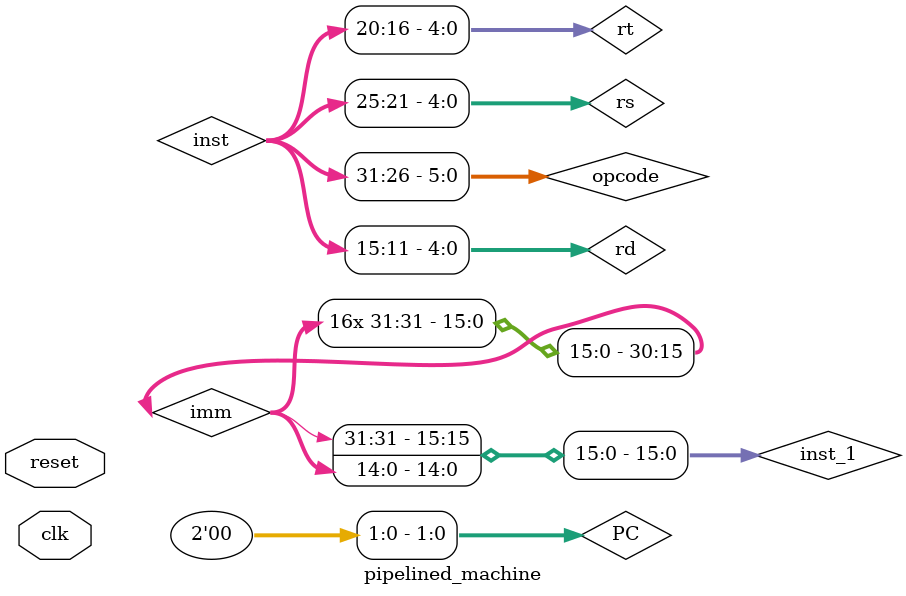
<source format=v>
module pipelined_machine(clk, reset);
    input        clk, reset;

    wire [31:0]  PC;
    wire [31:2]  next_PC, PC_plus4, PC_target,PC_plus4_1;
    wire [31:0]  inst;

   
    wire [4:0]   rs = inst[25:21];
    wire [4:0]   rt = inst[20:16];
    wire [4:0]   rd = inst[15:11];
    wire [5:0]   opcode = inst[31:26];
    wire [5:0]   funct = inst[5:0];

    wire [4:0]   wr_regnum,wr_regnum_MW;
    wire [2:0]   ALUOp;

    wire         RegWrite, BEQ, ALUSrc, MemRead, MemWrite, MemToReg, RegDst;
    wire         PCSrc, zero;
    wire [31:0]  rd1_data, rd2_data, B_data, alu_out_data, load_data, wr_data,oldrd1_data,oldB_data;

	wire 		 ForwardA, ForwardB;
	wire [31:0]  rd2_data1,alu_out_data1, inst_1;


    // DO NOT comment out or rename this module
    // or the test bench will break
    register #(30, 30'h100000) PC_reg(PC[31:2], next_PC[31:2], clk, /* enable */1'b1, reset);

    assign PC[1:0] = 2'b0;  // bottom bits hard coded to 00
    adder30 next_PC_adder(PC_plus4, PC[31:2], 30'h1);
	
	register #(30,30'h100000) Piplinepc (PC_plus4_1,PC_plus4,clk,1'b1,reset);
	
 wire [31:0]  imm = {{ 16{inst_1[15]} }, inst_1[15:0] };  // sign-extended immediate
	
    adder30 target_PC_adder(PC_target, PC_plus4_1, imm[29:0]);
    mux2v #(30) branch_mux(next_PC, PC_plus4, PC_target, PCSrc);
    assign PCSrc = BEQ & zero;

    // DO NOT comment out or rename this module
    // or the test bench will break
    instruction_memory imem(inst, PC[31:2]);
	register #(32) PiplineInstr(inst_1,inst,clk,1'b1,reset);

    mips_decode decode(ALUOp, RegWrite, BEQ, ALUSrc, MemRead, MemWrite, MemToReg, RegDst,
                      opcode, funct);

    // DO NOT comment out or rename this module
    // or the test bench will break
    regfile rf (oldrd1_data, rd2_data,
               rs, rt, wr_regnum_MW, wr_data,
               RegWrite, clk, reset);
	mux2v #(32) forwarB(oldB_data,rd2_data,alu_out_data1,ForwardB);
    mux2v #(32) imm_mux(B_data, oldB_data, imm, ALUSrc);
	mux2v #(32) forwa(rd1_data,oldrd1_data, alu_out_data1,ForwardA);
    alu32 alu(alu_out_data, zero, ALUOp, rd1_data, B_data);
	
	register #(32) PipALUout(alu_out_data1,alu_out_data,clk,1'b1,reset);
	register #(32) PiplineW_D(rd2_data1, oldB_data,clk, 1'b1, reset);
	wire MemRead1,MemWrite1,MemToReg_MW,RegWrite_MW;
		
	register #(1)  Piplinecontrol(MemRead1,MemRead,clk,1'b1,reset);
	register #(1)  Piplinecontro(MemWrite1,MemWrite,clk,1'b1,reset);
	register #(1)  Piplinecontr(MemToReg_MW,MemToReg,clk,1'b1,reset);
	register #(5)  Piplineconl(wr_regnum_MW,wr_regnum,clk,1'b1,reset);

    // DO NOT comment out or rename this module
    // or the test bench will break
    data_mem data_memory(load_data, alu_out_data1, rd2_data1, MemRead1, MemWrite1, clk, reset);

    mux2v #(32) wb_mux(wr_data, alu_out_data1, load_data, MemToReg_MW);
    mux2v #(5) rd_mux(wr_regnum, rt, rd, RegDst);



	assign ForwardA = RegWrite_MW&& (rs==wr_regnum_MW);
	assign ForwardB = RegWrite_MW&& (rt==wr_regnum_MW);













endmodule // pipelined_machine

</source>
